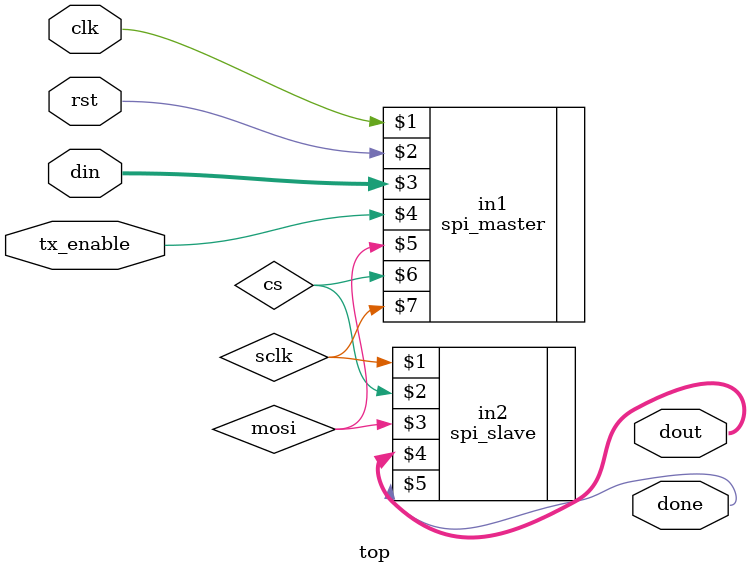
<source format=v>
module top(input clk,rst,tx_enable,
            input [7:0]din,
           output reg[7:0]dout,
           output reg done );
  wire sclk,cs,mosi;
  spi_master in1(clk,rst,din,tx_enable,mosi,cs,sclk);
  spi_slave in2(sclk,cs,mosi,dout,done);
endmodule

</source>
